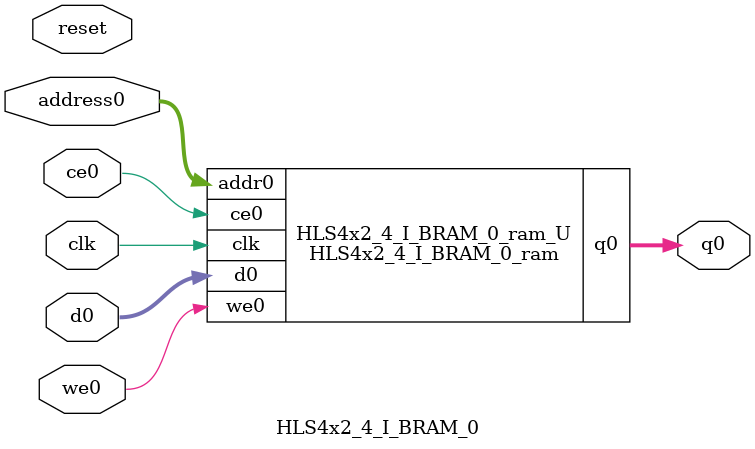
<source format=v>

`timescale 1 ns / 1 ps
module HLS4x2_4_I_BRAM_0_ram (addr0, ce0, d0, we0, q0,  clk);

parameter DWIDTH = 16;
parameter AWIDTH = 8;
parameter MEM_SIZE = 225;

input[AWIDTH-1:0] addr0;
input ce0;
input[DWIDTH-1:0] d0;
input we0;
output reg[DWIDTH-1:0] q0;
input clk;

(* ram_style = "block" *)reg [DWIDTH-1:0] ram[0:MEM_SIZE-1];




always @(posedge clk)  
begin 
    if (ce0) 
    begin
        if (we0) 
        begin 
            ram[addr0] <= d0; 
            q0 <= d0;
        end 
        else 
            q0 <= ram[addr0];
    end
end


endmodule


`timescale 1 ns / 1 ps
module HLS4x2_4_I_BRAM_0(
    reset,
    clk,
    address0,
    ce0,
    we0,
    d0,
    q0);

parameter DataWidth = 32'd16;
parameter AddressRange = 32'd225;
parameter AddressWidth = 32'd8;
input reset;
input clk;
input[AddressWidth - 1:0] address0;
input ce0;
input we0;
input[DataWidth - 1:0] d0;
output[DataWidth - 1:0] q0;



HLS4x2_4_I_BRAM_0_ram HLS4x2_4_I_BRAM_0_ram_U(
    .clk( clk ),
    .addr0( address0 ),
    .ce0( ce0 ),
    .d0( d0 ),
    .we0( we0 ),
    .q0( q0 ));

endmodule


</source>
